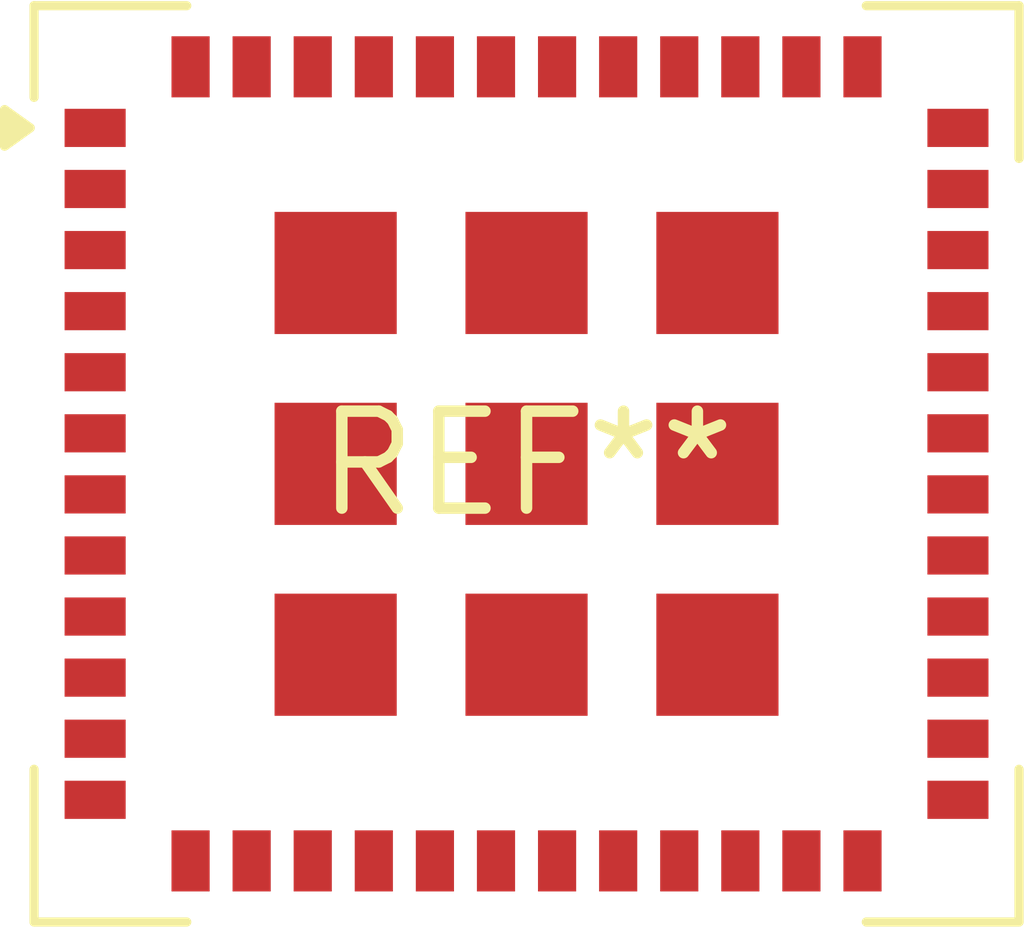
<source format=kicad_pcb>
(kicad_pcb (version 20240108) (generator pcbnew)
  (layers (0 "F.Cu" signal) (31 "B.Cu" signal) (34 "B.Paste" user) (35 "F.Paste" user) (36 "B.SilkS" user "B.Silkscreen") (37 "F.SilkS" user "F.Silkscreen") (38 "B.Mask" user) (39 "F.Mask" user) (44 "Edge.Cuts" user))
  (net 0 "")
  (footprint "CMWX1ZZABZ" (layer "F.Cu") (at 0 0)
    (property "Reference" "REF**")
    (property "Value" "CMWX1ZZABZ")
    (fp_line (start -6.45 -6) (end -4.45 -6) (layer "F.SilkS") (stroke (width 0.12)))
    (fp_line (start -6.45 -4.8) (end -6.45 -6) (layer "F.SilkS") (stroke (width 0.12)))
    (fp_line (start -6.45 4) (end -6.45 6) (layer "F.SilkS") (stroke (width 0.12)))
    (fp_line (start -6.45 6) (end -4.45 6) (layer "F.SilkS") (stroke (width 0.12)))
    (fp_line (start 4.45 -6) (end 6.45 -6) (layer "F.SilkS") (stroke (width 0.12)))
    (fp_line (start 4.45 6) (end 6.45 6) (layer "F.SilkS") (stroke (width 0.12)))
    (fp_line (start 6.45 -6) (end 6.45 -4) (layer "F.SilkS") (stroke (width 0.12)))
    (fp_line (start 6.45 4) (end 6.45 6) (layer "F.SilkS") (stroke (width 0.12)))
    (fp_poly (pts (xy -6.5 -4.4) (xy -6.836 -4.16) (xy -6.836 -4.64) (xy -6.5 -4.4)) (layer "F.SilkS") (stroke (width 0.12)) (fill solid))
    (pad "1" smd rect (at -5.65 -4.4) (size 0.8 0.5) (layers "F.Cu" "F.Paste" "F.Mask"))
    (pad "2" smd rect (at -5.65 -3.6) (size 0.8 0.5) (layers "F.Cu" "F.Paste" "F.Mask"))
    (pad "3" smd rect (at -5.65 -2.8) (size 0.8 0.5) (layers "F.Cu" "F.Paste" "F.Mask"))
    (pad "4" smd rect (at -5.65 -2) (size 0.8 0.5) (layers "F.Cu" "F.Paste" "F.Mask"))
    (pad "5" smd rect (at -5.65 -1.2) (size 0.8 0.5) (layers "F.Cu" "F.Paste" "F.Mask"))
    (pad "6" smd rect (at -5.65 -0.4) (size 0.8 0.5) (layers "F.Cu" "F.Paste" "F.Mask"))
    (pad "7" smd rect (at -5.65 0.4) (size 0.8 0.5) (layers "F.Cu" "F.Paste" "F.Mask"))
    (pad "8" smd rect (at -5.65 1.2) (size 0.8 0.5) (layers "F.Cu" "F.Paste" "F.Mask"))
    (pad "9" smd rect (at -5.65 2) (size 0.8 0.5) (layers "F.Cu" "F.Paste" "F.Mask"))
    (pad "10" smd rect (at -5.65 2.8) (size 0.8 0.5) (layers "F.Cu" "F.Paste" "F.Mask"))
    (pad "11" smd rect (at -5.65 3.6) (size 0.8 0.5) (layers "F.Cu" "F.Paste" "F.Mask"))
    (pad "12" smd rect (at -5.65 4.4) (size 0.8 0.5) (layers "F.Cu" "F.Paste" "F.Mask"))
    (pad "13" smd rect (at -4.4 5.2 90) (size 0.8 0.5) (layers "F.Cu" "F.Paste" "F.Mask"))
    (pad "14" smd rect (at -3.6 5.2 90) (size 0.8 0.5) (layers "F.Cu" "F.Paste" "F.Mask"))
    (pad "15" smd rect (at -2.8 5.2 90) (size 0.8 0.5) (layers "F.Cu" "F.Paste" "F.Mask"))
    (pad "16" smd rect (at -2 5.2 90) (size 0.8 0.5) (layers "F.Cu" "F.Paste" "F.Mask"))
    (pad "17" smd rect (at -1.2 5.2 90) (size 0.8 0.5) (layers "F.Cu" "F.Paste" "F.Mask"))
    (pad "18" smd rect (at -0.4 5.2 90) (size 0.8 0.5) (layers "F.Cu" "F.Paste" "F.Mask"))
    (pad "19" smd rect (at 0.4 5.2 90) (size 0.8 0.5) (layers "F.Cu" "F.Paste" "F.Mask"))
    (pad "20" smd rect (at 1.2 5.2 270) (size 0.8 0.5) (layers "F.Cu" "F.Paste" "F.Mask"))
    (pad "21" smd rect (at 2 5.2 270) (size 0.8 0.5) (layers "F.Cu" "F.Paste" "F.Mask"))
    (pad "22" smd rect (at 2.8 5.2 270) (size 0.8 0.5) (layers "F.Cu" "F.Paste" "F.Mask"))
    (pad "23" smd rect (at 3.6 5.2 270) (size 0.8 0.5) (layers "F.Cu" "F.Paste" "F.Mask"))
    (pad "24" smd rect (at 4.4 5.2 270) (size 0.8 0.5) (layers "F.Cu" "F.Paste" "F.Mask"))
    (pad "25" smd rect (at 5.65 4.4) (size 0.8 0.5) (layers "F.Cu" "F.Paste" "F.Mask"))
    (pad "26" smd rect (at 5.65 3.6) (size 0.8 0.5) (layers "F.Cu" "F.Paste" "F.Mask"))
    (pad "27" smd rect (at 5.65 2.8) (size 0.8 0.5) (layers "F.Cu" "F.Paste" "F.Mask"))
    (pad "28" smd rect (at 5.65 2) (size 0.8 0.5) (layers "F.Cu" "F.Paste" "F.Mask"))
    (pad "29" smd rect (at 5.65 1.2) (size 0.8 0.5) (layers "F.Cu" "F.Paste" "F.Mask"))
    (pad "30" smd rect (at 5.65 0.4) (size 0.8 0.5) (layers "F.Cu" "F.Paste" "F.Mask"))
    (pad "31" smd rect (at 5.65 -0.4) (size 0.8 0.5) (layers "F.Cu" "F.Paste" "F.Mask"))
    (pad "32" smd rect (at 5.65 -1.2) (size 0.8 0.5) (layers "F.Cu" "F.Paste" "F.Mask"))
    (pad "33" smd rect (at 5.65 -2) (size 0.8 0.5) (layers "F.Cu" "F.Paste" "F.Mask"))
    (pad "34" smd rect (at 5.65 -2.8) (size 0.8 0.5) (layers "F.Cu" "F.Paste" "F.Mask"))
    (pad "35" smd rect (at 5.65 -3.6) (size 0.8 0.5) (layers "F.Cu" "F.Paste" "F.Mask"))
    (pad "36" smd rect (at 5.65 -4.4) (size 0.8 0.5) (layers "F.Cu" "F.Paste" "F.Mask"))
    (pad "37" smd rect (at 4.4 -5.2 90) (size 0.8 0.5) (layers "F.Cu" "F.Paste" "F.Mask"))
    (pad "38" smd rect (at 3.6 -5.2 90) (size 0.8 0.5) (layers "F.Cu" "F.Paste" "F.Mask"))
    (pad "39" smd rect (at 2.8 -5.2 90) (size 0.8 0.5) (layers "F.Cu" "F.Paste" "F.Mask"))
    (pad "40" smd rect (at 2 -5.2 90) (size 0.8 0.5) (layers "F.Cu" "F.Paste" "F.Mask"))
    (pad "41" smd rect (at 1.2 -5.2 90) (size 0.8 0.5) (layers "F.Cu" "F.Paste" "F.Mask"))
    (pad "42" smd rect (at 0.4 -5.2 90) (size 0.8 0.5) (layers "F.Cu" "F.Paste" "F.Mask"))
    (pad "43" smd rect (at -0.4 -5.2 90) (size 0.8 0.5) (layers "F.Cu" "F.Paste" "F.Mask"))
    (pad "44" smd rect (at -1.2 -5.2 90) (size 0.8 0.5) (layers "F.Cu" "F.Paste" "F.Mask"))
    (pad "45" smd rect (at -2 -5.2 90) (size 0.8 0.5) (layers "F.Cu" "F.Paste" "F.Mask"))
    (pad "46" smd rect (at -2.8 -5.2 90) (size 0.8 0.5) (layers "F.Cu" "F.Paste" "F.Mask"))
    (pad "47" smd rect (at -3.6 -5.2 90) (size 0.8 0.5) (layers "F.Cu" "F.Paste" "F.Mask"))
    (pad "48" smd rect (at -4.4 -5.2 90) (size 0.8 0.5) (layers "F.Cu" "F.Paste" "F.Mask"))
    (pad "49" smd rect (at -2.5 -2.5 90) (size 1.6 1.6) (layers "F.Cu" "F.Paste" "F.Mask"))
    (pad "50" smd rect (at 0 -2.5 90) (size 1.6 1.6) (layers "F.Cu" "F.Paste" "F.Mask"))
    (pad "51" smd rect (at 2.5 -2.5 90) (size 1.6 1.6) (layers "F.Cu" "F.Paste" "F.Mask"))
    (pad "52" smd rect (at -2.5 0 90) (size 1.6 1.6) (layers "F.Cu" "F.Paste" "F.Mask"))
    (pad "53" smd rect (at 0 0 90) (size 1.6 1.6) (layers "F.Cu" "F.Paste" "F.Mask"))
    (pad "54" smd rect (at 2.5 0 90) (size 1.6 1.6) (layers "F.Cu" "F.Paste" "F.Mask"))
    (pad "55" smd rect (at -2.5 2.5 90) (size 1.6 1.6) (layers "F.Cu" "F.Paste" "F.Mask"))
    (pad "56" smd rect (at 0 2.5 90) (size 1.6 1.6) (layers "F.Cu" "F.Paste" "F.Mask"))
    (pad "57" smd rect (at 2.5 2.5 90) (size 1.6 1.6) (layers "F.Cu" "F.Paste" "F.Mask"))
  )
)
</source>
